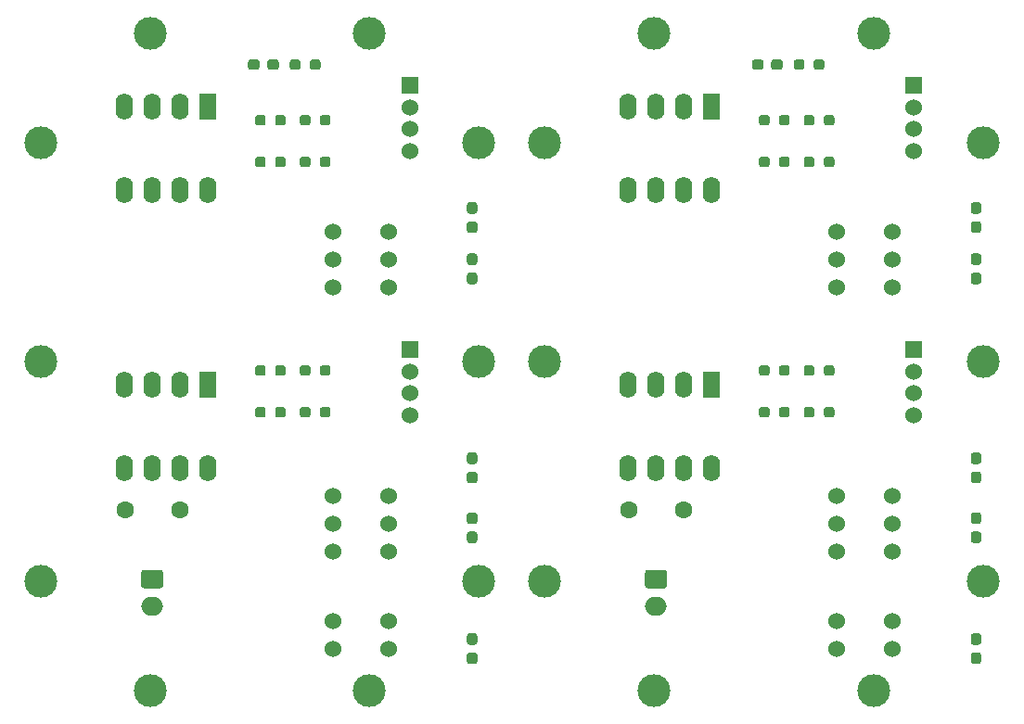
<source format=gts>
G04 #@! TF.GenerationSoftware,KiCad,Pcbnew,(5.1.8)-1*
G04 #@! TF.CreationDate,2020-11-28T16:02:54+09:00*
G04 #@! TF.ProjectId,DigitalOutput4chS,44696769-7461-46c4-9f75-747075743463,2*
G04 #@! TF.SameCoordinates,Original*
G04 #@! TF.FileFunction,Soldermask,Top*
G04 #@! TF.FilePolarity,Negative*
%FSLAX46Y46*%
G04 Gerber Fmt 4.6, Leading zero omitted, Abs format (unit mm)*
G04 Created by KiCad (PCBNEW (5.1.8)-1) date 2020-11-28 16:02:54*
%MOMM*%
%LPD*%
G01*
G04 APERTURE LIST*
%ADD10C,3.000000*%
%ADD11C,1.600000*%
%ADD12O,1.600000X2.400000*%
%ADD13R,1.600000X2.400000*%
%ADD14O,2.000000X1.700000*%
%ADD15C,1.524000*%
%ADD16R,1.524000X1.524000*%
G04 APERTURE END LIST*
D10*
X148000000Y-128000000D03*
G36*
G01*
X133467500Y-106167500D02*
X133467500Y-105692500D01*
G75*
G02*
X133705000Y-105455000I237500J0D01*
G01*
X134205000Y-105455000D01*
G75*
G02*
X134442500Y-105692500I0J-237500D01*
G01*
X134442500Y-106167500D01*
G75*
G02*
X134205000Y-106405000I-237500J0D01*
G01*
X133705000Y-106405000D01*
G75*
G02*
X133467500Y-106167500I0J237500D01*
G01*
G37*
G36*
G01*
X131642500Y-106167500D02*
X131642500Y-105692500D01*
G75*
G02*
X131880000Y-105455000I237500J0D01*
G01*
X132380000Y-105455000D01*
G75*
G02*
X132617500Y-105692500I0J-237500D01*
G01*
X132617500Y-106167500D01*
G75*
G02*
X132380000Y-106405000I-237500J0D01*
G01*
X131880000Y-106405000D01*
G75*
G02*
X131642500Y-106167500I0J237500D01*
G01*
G37*
G36*
G01*
X133467500Y-109977500D02*
X133467500Y-109502500D01*
G75*
G02*
X133705000Y-109265000I237500J0D01*
G01*
X134205000Y-109265000D01*
G75*
G02*
X134442500Y-109502500I0J-237500D01*
G01*
X134442500Y-109977500D01*
G75*
G02*
X134205000Y-110215000I-237500J0D01*
G01*
X133705000Y-110215000D01*
G75*
G02*
X133467500Y-109977500I0J237500D01*
G01*
G37*
G36*
G01*
X131642500Y-109977500D02*
X131642500Y-109502500D01*
G75*
G02*
X131880000Y-109265000I237500J0D01*
G01*
X132380000Y-109265000D01*
G75*
G02*
X132617500Y-109502500I0J-237500D01*
G01*
X132617500Y-109977500D01*
G75*
G02*
X132380000Y-110215000I-237500J0D01*
G01*
X131880000Y-110215000D01*
G75*
G02*
X131642500Y-109977500I0J237500D01*
G01*
G37*
X138000000Y-158000000D03*
X148000000Y-148000000D03*
D11*
X115700000Y-141490000D03*
X120700000Y-141490000D03*
G36*
G01*
X147607500Y-137330000D02*
X147132500Y-137330000D01*
G75*
G02*
X146895000Y-137092500I0J237500D01*
G01*
X146895000Y-136517500D01*
G75*
G02*
X147132500Y-136280000I237500J0D01*
G01*
X147607500Y-136280000D01*
G75*
G02*
X147845000Y-136517500I0J-237500D01*
G01*
X147845000Y-137092500D01*
G75*
G02*
X147607500Y-137330000I-237500J0D01*
G01*
G37*
G36*
G01*
X147607500Y-139080000D02*
X147132500Y-139080000D01*
G75*
G02*
X146895000Y-138842500I0J237500D01*
G01*
X146895000Y-138267500D01*
G75*
G02*
X147132500Y-138030000I237500J0D01*
G01*
X147607500Y-138030000D01*
G75*
G02*
X147845000Y-138267500I0J-237500D01*
G01*
X147845000Y-138842500D01*
G75*
G02*
X147607500Y-139080000I-237500J0D01*
G01*
G37*
G36*
G01*
X128670000Y-101087500D02*
X128670000Y-100612500D01*
G75*
G02*
X128907500Y-100375000I237500J0D01*
G01*
X129482500Y-100375000D01*
G75*
G02*
X129720000Y-100612500I0J-237500D01*
G01*
X129720000Y-101087500D01*
G75*
G02*
X129482500Y-101325000I-237500J0D01*
G01*
X128907500Y-101325000D01*
G75*
G02*
X128670000Y-101087500I0J237500D01*
G01*
G37*
G36*
G01*
X126920000Y-101087500D02*
X126920000Y-100612500D01*
G75*
G02*
X127157500Y-100375000I237500J0D01*
G01*
X127732500Y-100375000D01*
G75*
G02*
X127970000Y-100612500I0J-237500D01*
G01*
X127970000Y-101087500D01*
G75*
G02*
X127732500Y-101325000I-237500J0D01*
G01*
X127157500Y-101325000D01*
G75*
G02*
X126920000Y-101087500I0J237500D01*
G01*
G37*
D12*
X123240000Y-137680000D03*
X115620000Y-130060000D03*
X120700000Y-137680000D03*
X118160000Y-130060000D03*
X118160000Y-137680000D03*
X120700000Y-130060000D03*
X115620000Y-137680000D03*
D13*
X123240000Y-130060000D03*
G36*
G01*
X147607500Y-153840000D02*
X147132500Y-153840000D01*
G75*
G02*
X146895000Y-153602500I0J237500D01*
G01*
X146895000Y-153027500D01*
G75*
G02*
X147132500Y-152790000I237500J0D01*
G01*
X147607500Y-152790000D01*
G75*
G02*
X147845000Y-153027500I0J-237500D01*
G01*
X147845000Y-153602500D01*
G75*
G02*
X147607500Y-153840000I-237500J0D01*
G01*
G37*
G36*
G01*
X147607500Y-155590000D02*
X147132500Y-155590000D01*
G75*
G02*
X146895000Y-155352500I0J237500D01*
G01*
X146895000Y-154777500D01*
G75*
G02*
X147132500Y-154540000I237500J0D01*
G01*
X147607500Y-154540000D01*
G75*
G02*
X147845000Y-154777500I0J-237500D01*
G01*
X147845000Y-155352500D01*
G75*
G02*
X147607500Y-155590000I-237500J0D01*
G01*
G37*
G36*
G01*
X133467500Y-132837500D02*
X133467500Y-132362500D01*
G75*
G02*
X133705000Y-132125000I237500J0D01*
G01*
X134205000Y-132125000D01*
G75*
G02*
X134442500Y-132362500I0J-237500D01*
G01*
X134442500Y-132837500D01*
G75*
G02*
X134205000Y-133075000I-237500J0D01*
G01*
X133705000Y-133075000D01*
G75*
G02*
X133467500Y-132837500I0J237500D01*
G01*
G37*
G36*
G01*
X131642500Y-132837500D02*
X131642500Y-132362500D01*
G75*
G02*
X131880000Y-132125000I237500J0D01*
G01*
X132380000Y-132125000D01*
G75*
G02*
X132617500Y-132362500I0J-237500D01*
G01*
X132617500Y-132837500D01*
G75*
G02*
X132380000Y-133075000I-237500J0D01*
G01*
X131880000Y-133075000D01*
G75*
G02*
X131642500Y-132837500I0J237500D01*
G01*
G37*
G36*
G01*
X129380000Y-129027500D02*
X129380000Y-128552500D01*
G75*
G02*
X129617500Y-128315000I237500J0D01*
G01*
X130117500Y-128315000D01*
G75*
G02*
X130355000Y-128552500I0J-237500D01*
G01*
X130355000Y-129027500D01*
G75*
G02*
X130117500Y-129265000I-237500J0D01*
G01*
X129617500Y-129265000D01*
G75*
G02*
X129380000Y-129027500I0J237500D01*
G01*
G37*
G36*
G01*
X127555000Y-129027500D02*
X127555000Y-128552500D01*
G75*
G02*
X127792500Y-128315000I237500J0D01*
G01*
X128292500Y-128315000D01*
G75*
G02*
X128530000Y-128552500I0J-237500D01*
G01*
X128530000Y-129027500D01*
G75*
G02*
X128292500Y-129265000I-237500J0D01*
G01*
X127792500Y-129265000D01*
G75*
G02*
X127555000Y-129027500I0J237500D01*
G01*
G37*
D14*
X118160000Y-150340000D03*
G36*
G01*
X117410000Y-146990000D02*
X118910000Y-146990000D01*
G75*
G02*
X119160000Y-147240000I0J-250000D01*
G01*
X119160000Y-148440000D01*
G75*
G02*
X118910000Y-148690000I-250000J0D01*
G01*
X117410000Y-148690000D01*
G75*
G02*
X117160000Y-148440000I0J250000D01*
G01*
X117160000Y-147240000D01*
G75*
G02*
X117410000Y-146990000I250000J0D01*
G01*
G37*
D15*
X141655000Y-132885000D03*
X141655000Y-130885000D03*
X141655000Y-128885000D03*
D16*
X141655000Y-126885000D03*
G36*
G01*
X147607500Y-142805000D02*
X147132500Y-142805000D01*
G75*
G02*
X146895000Y-142567500I0J237500D01*
G01*
X146895000Y-141992500D01*
G75*
G02*
X147132500Y-141755000I237500J0D01*
G01*
X147607500Y-141755000D01*
G75*
G02*
X147845000Y-141992500I0J-237500D01*
G01*
X147845000Y-142567500D01*
G75*
G02*
X147607500Y-142805000I-237500J0D01*
G01*
G37*
G36*
G01*
X147607500Y-144555000D02*
X147132500Y-144555000D01*
G75*
G02*
X146895000Y-144317500I0J237500D01*
G01*
X146895000Y-143742500D01*
G75*
G02*
X147132500Y-143505000I237500J0D01*
G01*
X147607500Y-143505000D01*
G75*
G02*
X147845000Y-143742500I0J-237500D01*
G01*
X147845000Y-144317500D01*
G75*
G02*
X147607500Y-144555000I-237500J0D01*
G01*
G37*
G36*
G01*
X147607500Y-119155000D02*
X147132500Y-119155000D01*
G75*
G02*
X146895000Y-118917500I0J237500D01*
G01*
X146895000Y-118342500D01*
G75*
G02*
X147132500Y-118105000I237500J0D01*
G01*
X147607500Y-118105000D01*
G75*
G02*
X147845000Y-118342500I0J-237500D01*
G01*
X147845000Y-118917500D01*
G75*
G02*
X147607500Y-119155000I-237500J0D01*
G01*
G37*
G36*
G01*
X147607500Y-120905000D02*
X147132500Y-120905000D01*
G75*
G02*
X146895000Y-120667500I0J237500D01*
G01*
X146895000Y-120092500D01*
G75*
G02*
X147132500Y-119855000I237500J0D01*
G01*
X147607500Y-119855000D01*
G75*
G02*
X147845000Y-120092500I0J-237500D01*
G01*
X147845000Y-120667500D01*
G75*
G02*
X147607500Y-120905000I-237500J0D01*
G01*
G37*
D10*
X108000000Y-108000000D03*
G36*
G01*
X129380000Y-106167500D02*
X129380000Y-105692500D01*
G75*
G02*
X129617500Y-105455000I237500J0D01*
G01*
X130117500Y-105455000D01*
G75*
G02*
X130355000Y-105692500I0J-237500D01*
G01*
X130355000Y-106167500D01*
G75*
G02*
X130117500Y-106405000I-237500J0D01*
G01*
X129617500Y-106405000D01*
G75*
G02*
X129380000Y-106167500I0J237500D01*
G01*
G37*
G36*
G01*
X127555000Y-106167500D02*
X127555000Y-105692500D01*
G75*
G02*
X127792500Y-105455000I237500J0D01*
G01*
X128292500Y-105455000D01*
G75*
G02*
X128530000Y-105692500I0J-237500D01*
G01*
X128530000Y-106167500D01*
G75*
G02*
X128292500Y-106405000I-237500J0D01*
G01*
X127792500Y-106405000D01*
G75*
G02*
X127555000Y-106167500I0J237500D01*
G01*
G37*
X108000000Y-128000000D03*
G36*
G01*
X131705000Y-100612500D02*
X131705000Y-101087500D01*
G75*
G02*
X131467500Y-101325000I-237500J0D01*
G01*
X130967500Y-101325000D01*
G75*
G02*
X130730000Y-101087500I0J237500D01*
G01*
X130730000Y-100612500D01*
G75*
G02*
X130967500Y-100375000I237500J0D01*
G01*
X131467500Y-100375000D01*
G75*
G02*
X131705000Y-100612500I0J-237500D01*
G01*
G37*
G36*
G01*
X133530000Y-100612500D02*
X133530000Y-101087500D01*
G75*
G02*
X133292500Y-101325000I-237500J0D01*
G01*
X132792500Y-101325000D01*
G75*
G02*
X132555000Y-101087500I0J237500D01*
G01*
X132555000Y-100612500D01*
G75*
G02*
X132792500Y-100375000I237500J0D01*
G01*
X133292500Y-100375000D01*
G75*
G02*
X133530000Y-100612500I0J-237500D01*
G01*
G37*
G36*
G01*
X129380000Y-109977500D02*
X129380000Y-109502500D01*
G75*
G02*
X129617500Y-109265000I237500J0D01*
G01*
X130117500Y-109265000D01*
G75*
G02*
X130355000Y-109502500I0J-237500D01*
G01*
X130355000Y-109977500D01*
G75*
G02*
X130117500Y-110215000I-237500J0D01*
G01*
X129617500Y-110215000D01*
G75*
G02*
X129380000Y-109977500I0J237500D01*
G01*
G37*
G36*
G01*
X127555000Y-109977500D02*
X127555000Y-109502500D01*
G75*
G02*
X127792500Y-109265000I237500J0D01*
G01*
X128292500Y-109265000D01*
G75*
G02*
X128530000Y-109502500I0J-237500D01*
G01*
X128530000Y-109977500D01*
G75*
G02*
X128292500Y-110215000I-237500J0D01*
G01*
X127792500Y-110215000D01*
G75*
G02*
X127555000Y-109977500I0J237500D01*
G01*
G37*
G36*
G01*
X133467500Y-129027500D02*
X133467500Y-128552500D01*
G75*
G02*
X133705000Y-128315000I237500J0D01*
G01*
X134205000Y-128315000D01*
G75*
G02*
X134442500Y-128552500I0J-237500D01*
G01*
X134442500Y-129027500D01*
G75*
G02*
X134205000Y-129265000I-237500J0D01*
G01*
X133705000Y-129265000D01*
G75*
G02*
X133467500Y-129027500I0J237500D01*
G01*
G37*
G36*
G01*
X131642500Y-129027500D02*
X131642500Y-128552500D01*
G75*
G02*
X131880000Y-128315000I237500J0D01*
G01*
X132380000Y-128315000D01*
G75*
G02*
X132617500Y-128552500I0J-237500D01*
G01*
X132617500Y-129027500D01*
G75*
G02*
X132380000Y-129265000I-237500J0D01*
G01*
X131880000Y-129265000D01*
G75*
G02*
X131642500Y-129027500I0J237500D01*
G01*
G37*
D12*
X123240000Y-112280000D03*
X115620000Y-104660000D03*
X120700000Y-112280000D03*
X118160000Y-104660000D03*
X118160000Y-112280000D03*
X120700000Y-104660000D03*
X115620000Y-112280000D03*
D13*
X123240000Y-104660000D03*
D15*
X134670000Y-116090000D03*
X139750000Y-116090000D03*
X139750000Y-121170000D03*
X134670000Y-121170000D03*
X139750000Y-118630000D03*
X134670000Y-118630000D03*
X134670000Y-140220000D03*
X139750000Y-140220000D03*
X139750000Y-145300000D03*
X134670000Y-145300000D03*
X139750000Y-142760000D03*
X134670000Y-142760000D03*
D10*
X138000000Y-98000000D03*
G36*
G01*
X147607500Y-114470000D02*
X147132500Y-114470000D01*
G75*
G02*
X146895000Y-114232500I0J237500D01*
G01*
X146895000Y-113657500D01*
G75*
G02*
X147132500Y-113420000I237500J0D01*
G01*
X147607500Y-113420000D01*
G75*
G02*
X147845000Y-113657500I0J-237500D01*
G01*
X147845000Y-114232500D01*
G75*
G02*
X147607500Y-114470000I-237500J0D01*
G01*
G37*
G36*
G01*
X147607500Y-116220000D02*
X147132500Y-116220000D01*
G75*
G02*
X146895000Y-115982500I0J237500D01*
G01*
X146895000Y-115407500D01*
G75*
G02*
X147132500Y-115170000I237500J0D01*
G01*
X147607500Y-115170000D01*
G75*
G02*
X147845000Y-115407500I0J-237500D01*
G01*
X147845000Y-115982500D01*
G75*
G02*
X147607500Y-116220000I-237500J0D01*
G01*
G37*
X148000000Y-108000000D03*
X108000000Y-148000000D03*
D15*
X139750000Y-154190000D03*
X134670000Y-154190000D03*
X139750000Y-151650000D03*
X134670000Y-151650000D03*
G36*
G01*
X129380000Y-132837500D02*
X129380000Y-132362500D01*
G75*
G02*
X129617500Y-132125000I237500J0D01*
G01*
X130117500Y-132125000D01*
G75*
G02*
X130355000Y-132362500I0J-237500D01*
G01*
X130355000Y-132837500D01*
G75*
G02*
X130117500Y-133075000I-237500J0D01*
G01*
X129617500Y-133075000D01*
G75*
G02*
X129380000Y-132837500I0J237500D01*
G01*
G37*
G36*
G01*
X127555000Y-132837500D02*
X127555000Y-132362500D01*
G75*
G02*
X127792500Y-132125000I237500J0D01*
G01*
X128292500Y-132125000D01*
G75*
G02*
X128530000Y-132362500I0J-237500D01*
G01*
X128530000Y-132837500D01*
G75*
G02*
X128292500Y-133075000I-237500J0D01*
G01*
X127792500Y-133075000D01*
G75*
G02*
X127555000Y-132837500I0J237500D01*
G01*
G37*
D10*
X118000000Y-98000000D03*
D15*
X141655000Y-108755000D03*
X141655000Y-106755000D03*
X141655000Y-104755000D03*
D16*
X141655000Y-102755000D03*
D10*
X118000000Y-158000000D03*
G36*
G01*
X85642500Y-106167500D02*
X85642500Y-105692500D01*
G75*
G02*
X85880000Y-105455000I237500J0D01*
G01*
X86380000Y-105455000D01*
G75*
G02*
X86617500Y-105692500I0J-237500D01*
G01*
X86617500Y-106167500D01*
G75*
G02*
X86380000Y-106405000I-237500J0D01*
G01*
X85880000Y-106405000D01*
G75*
G02*
X85642500Y-106167500I0J237500D01*
G01*
G37*
G36*
G01*
X87467500Y-106167500D02*
X87467500Y-105692500D01*
G75*
G02*
X87705000Y-105455000I237500J0D01*
G01*
X88205000Y-105455000D01*
G75*
G02*
X88442500Y-105692500I0J-237500D01*
G01*
X88442500Y-106167500D01*
G75*
G02*
X88205000Y-106405000I-237500J0D01*
G01*
X87705000Y-106405000D01*
G75*
G02*
X87467500Y-106167500I0J237500D01*
G01*
G37*
G36*
G01*
X85642500Y-109977500D02*
X85642500Y-109502500D01*
G75*
G02*
X85880000Y-109265000I237500J0D01*
G01*
X86380000Y-109265000D01*
G75*
G02*
X86617500Y-109502500I0J-237500D01*
G01*
X86617500Y-109977500D01*
G75*
G02*
X86380000Y-110215000I-237500J0D01*
G01*
X85880000Y-110215000D01*
G75*
G02*
X85642500Y-109977500I0J237500D01*
G01*
G37*
G36*
G01*
X87467500Y-109977500D02*
X87467500Y-109502500D01*
G75*
G02*
X87705000Y-109265000I237500J0D01*
G01*
X88205000Y-109265000D01*
G75*
G02*
X88442500Y-109502500I0J-237500D01*
G01*
X88442500Y-109977500D01*
G75*
G02*
X88205000Y-110215000I-237500J0D01*
G01*
X87705000Y-110215000D01*
G75*
G02*
X87467500Y-109977500I0J237500D01*
G01*
G37*
X102000000Y-128000000D03*
X92000000Y-158000000D03*
D15*
X88670000Y-118630000D03*
X93750000Y-118630000D03*
X88670000Y-121170000D03*
X93750000Y-121170000D03*
X93750000Y-116090000D03*
X88670000Y-116090000D03*
X88670000Y-142760000D03*
X93750000Y-142760000D03*
X88670000Y-145300000D03*
X93750000Y-145300000D03*
X93750000Y-140220000D03*
X88670000Y-140220000D03*
D13*
X77240000Y-104660000D03*
D12*
X69620000Y-112280000D03*
X74700000Y-104660000D03*
X72160000Y-112280000D03*
X72160000Y-104660000D03*
X74700000Y-112280000D03*
X69620000Y-104660000D03*
X77240000Y-112280000D03*
G36*
G01*
X85642500Y-129027500D02*
X85642500Y-128552500D01*
G75*
G02*
X85880000Y-128315000I237500J0D01*
G01*
X86380000Y-128315000D01*
G75*
G02*
X86617500Y-128552500I0J-237500D01*
G01*
X86617500Y-129027500D01*
G75*
G02*
X86380000Y-129265000I-237500J0D01*
G01*
X85880000Y-129265000D01*
G75*
G02*
X85642500Y-129027500I0J237500D01*
G01*
G37*
G36*
G01*
X87467500Y-129027500D02*
X87467500Y-128552500D01*
G75*
G02*
X87705000Y-128315000I237500J0D01*
G01*
X88205000Y-128315000D01*
G75*
G02*
X88442500Y-128552500I0J-237500D01*
G01*
X88442500Y-129027500D01*
G75*
G02*
X88205000Y-129265000I-237500J0D01*
G01*
X87705000Y-129265000D01*
G75*
G02*
X87467500Y-129027500I0J237500D01*
G01*
G37*
D10*
X62000000Y-108000000D03*
X92000000Y-98000000D03*
D13*
X77240000Y-130060000D03*
D12*
X69620000Y-137680000D03*
X74700000Y-130060000D03*
X72160000Y-137680000D03*
X72160000Y-130060000D03*
X74700000Y-137680000D03*
X69620000Y-130060000D03*
X77240000Y-137680000D03*
G36*
G01*
X85642500Y-132837500D02*
X85642500Y-132362500D01*
G75*
G02*
X85880000Y-132125000I237500J0D01*
G01*
X86380000Y-132125000D01*
G75*
G02*
X86617500Y-132362500I0J-237500D01*
G01*
X86617500Y-132837500D01*
G75*
G02*
X86380000Y-133075000I-237500J0D01*
G01*
X85880000Y-133075000D01*
G75*
G02*
X85642500Y-132837500I0J237500D01*
G01*
G37*
G36*
G01*
X87467500Y-132837500D02*
X87467500Y-132362500D01*
G75*
G02*
X87705000Y-132125000I237500J0D01*
G01*
X88205000Y-132125000D01*
G75*
G02*
X88442500Y-132362500I0J-237500D01*
G01*
X88442500Y-132837500D01*
G75*
G02*
X88205000Y-133075000I-237500J0D01*
G01*
X87705000Y-133075000D01*
G75*
G02*
X87467500Y-132837500I0J237500D01*
G01*
G37*
D15*
X88670000Y-151650000D03*
X93750000Y-151650000D03*
X88670000Y-154190000D03*
X93750000Y-154190000D03*
G36*
G01*
X81555000Y-109977500D02*
X81555000Y-109502500D01*
G75*
G02*
X81792500Y-109265000I237500J0D01*
G01*
X82292500Y-109265000D01*
G75*
G02*
X82530000Y-109502500I0J-237500D01*
G01*
X82530000Y-109977500D01*
G75*
G02*
X82292500Y-110215000I-237500J0D01*
G01*
X81792500Y-110215000D01*
G75*
G02*
X81555000Y-109977500I0J237500D01*
G01*
G37*
G36*
G01*
X83380000Y-109977500D02*
X83380000Y-109502500D01*
G75*
G02*
X83617500Y-109265000I237500J0D01*
G01*
X84117500Y-109265000D01*
G75*
G02*
X84355000Y-109502500I0J-237500D01*
G01*
X84355000Y-109977500D01*
G75*
G02*
X84117500Y-110215000I-237500J0D01*
G01*
X83617500Y-110215000D01*
G75*
G02*
X83380000Y-109977500I0J237500D01*
G01*
G37*
G36*
G01*
X101607500Y-155590000D02*
X101132500Y-155590000D01*
G75*
G02*
X100895000Y-155352500I0J237500D01*
G01*
X100895000Y-154777500D01*
G75*
G02*
X101132500Y-154540000I237500J0D01*
G01*
X101607500Y-154540000D01*
G75*
G02*
X101845000Y-154777500I0J-237500D01*
G01*
X101845000Y-155352500D01*
G75*
G02*
X101607500Y-155590000I-237500J0D01*
G01*
G37*
G36*
G01*
X101607500Y-153840000D02*
X101132500Y-153840000D01*
G75*
G02*
X100895000Y-153602500I0J237500D01*
G01*
X100895000Y-153027500D01*
G75*
G02*
X101132500Y-152790000I237500J0D01*
G01*
X101607500Y-152790000D01*
G75*
G02*
X101845000Y-153027500I0J-237500D01*
G01*
X101845000Y-153602500D01*
G75*
G02*
X101607500Y-153840000I-237500J0D01*
G01*
G37*
G36*
G01*
X101607500Y-120905000D02*
X101132500Y-120905000D01*
G75*
G02*
X100895000Y-120667500I0J237500D01*
G01*
X100895000Y-120092500D01*
G75*
G02*
X101132500Y-119855000I237500J0D01*
G01*
X101607500Y-119855000D01*
G75*
G02*
X101845000Y-120092500I0J-237500D01*
G01*
X101845000Y-120667500D01*
G75*
G02*
X101607500Y-120905000I-237500J0D01*
G01*
G37*
G36*
G01*
X101607500Y-119155000D02*
X101132500Y-119155000D01*
G75*
G02*
X100895000Y-118917500I0J237500D01*
G01*
X100895000Y-118342500D01*
G75*
G02*
X101132500Y-118105000I237500J0D01*
G01*
X101607500Y-118105000D01*
G75*
G02*
X101845000Y-118342500I0J-237500D01*
G01*
X101845000Y-118917500D01*
G75*
G02*
X101607500Y-119155000I-237500J0D01*
G01*
G37*
G36*
G01*
X101607500Y-116220000D02*
X101132500Y-116220000D01*
G75*
G02*
X100895000Y-115982500I0J237500D01*
G01*
X100895000Y-115407500D01*
G75*
G02*
X101132500Y-115170000I237500J0D01*
G01*
X101607500Y-115170000D01*
G75*
G02*
X101845000Y-115407500I0J-237500D01*
G01*
X101845000Y-115982500D01*
G75*
G02*
X101607500Y-116220000I-237500J0D01*
G01*
G37*
G36*
G01*
X101607500Y-114470000D02*
X101132500Y-114470000D01*
G75*
G02*
X100895000Y-114232500I0J237500D01*
G01*
X100895000Y-113657500D01*
G75*
G02*
X101132500Y-113420000I237500J0D01*
G01*
X101607500Y-113420000D01*
G75*
G02*
X101845000Y-113657500I0J-237500D01*
G01*
X101845000Y-114232500D01*
G75*
G02*
X101607500Y-114470000I-237500J0D01*
G01*
G37*
G36*
G01*
X101607500Y-144555000D02*
X101132500Y-144555000D01*
G75*
G02*
X100895000Y-144317500I0J237500D01*
G01*
X100895000Y-143742500D01*
G75*
G02*
X101132500Y-143505000I237500J0D01*
G01*
X101607500Y-143505000D01*
G75*
G02*
X101845000Y-143742500I0J-237500D01*
G01*
X101845000Y-144317500D01*
G75*
G02*
X101607500Y-144555000I-237500J0D01*
G01*
G37*
G36*
G01*
X101607500Y-142805000D02*
X101132500Y-142805000D01*
G75*
G02*
X100895000Y-142567500I0J237500D01*
G01*
X100895000Y-141992500D01*
G75*
G02*
X101132500Y-141755000I237500J0D01*
G01*
X101607500Y-141755000D01*
G75*
G02*
X101845000Y-141992500I0J-237500D01*
G01*
X101845000Y-142567500D01*
G75*
G02*
X101607500Y-142805000I-237500J0D01*
G01*
G37*
D16*
X95655000Y-126885000D03*
D15*
X95655000Y-128885000D03*
X95655000Y-130885000D03*
X95655000Y-132885000D03*
G36*
G01*
X81555000Y-106167500D02*
X81555000Y-105692500D01*
G75*
G02*
X81792500Y-105455000I237500J0D01*
G01*
X82292500Y-105455000D01*
G75*
G02*
X82530000Y-105692500I0J-237500D01*
G01*
X82530000Y-106167500D01*
G75*
G02*
X82292500Y-106405000I-237500J0D01*
G01*
X81792500Y-106405000D01*
G75*
G02*
X81555000Y-106167500I0J237500D01*
G01*
G37*
G36*
G01*
X83380000Y-106167500D02*
X83380000Y-105692500D01*
G75*
G02*
X83617500Y-105455000I237500J0D01*
G01*
X84117500Y-105455000D01*
G75*
G02*
X84355000Y-105692500I0J-237500D01*
G01*
X84355000Y-106167500D01*
G75*
G02*
X84117500Y-106405000I-237500J0D01*
G01*
X83617500Y-106405000D01*
G75*
G02*
X83380000Y-106167500I0J237500D01*
G01*
G37*
G36*
G01*
X81555000Y-132837500D02*
X81555000Y-132362500D01*
G75*
G02*
X81792500Y-132125000I237500J0D01*
G01*
X82292500Y-132125000D01*
G75*
G02*
X82530000Y-132362500I0J-237500D01*
G01*
X82530000Y-132837500D01*
G75*
G02*
X82292500Y-133075000I-237500J0D01*
G01*
X81792500Y-133075000D01*
G75*
G02*
X81555000Y-132837500I0J237500D01*
G01*
G37*
G36*
G01*
X83380000Y-132837500D02*
X83380000Y-132362500D01*
G75*
G02*
X83617500Y-132125000I237500J0D01*
G01*
X84117500Y-132125000D01*
G75*
G02*
X84355000Y-132362500I0J-237500D01*
G01*
X84355000Y-132837500D01*
G75*
G02*
X84117500Y-133075000I-237500J0D01*
G01*
X83617500Y-133075000D01*
G75*
G02*
X83380000Y-132837500I0J237500D01*
G01*
G37*
G36*
G01*
X81555000Y-129027500D02*
X81555000Y-128552500D01*
G75*
G02*
X81792500Y-128315000I237500J0D01*
G01*
X82292500Y-128315000D01*
G75*
G02*
X82530000Y-128552500I0J-237500D01*
G01*
X82530000Y-129027500D01*
G75*
G02*
X82292500Y-129265000I-237500J0D01*
G01*
X81792500Y-129265000D01*
G75*
G02*
X81555000Y-129027500I0J237500D01*
G01*
G37*
G36*
G01*
X83380000Y-129027500D02*
X83380000Y-128552500D01*
G75*
G02*
X83617500Y-128315000I237500J0D01*
G01*
X84117500Y-128315000D01*
G75*
G02*
X84355000Y-128552500I0J-237500D01*
G01*
X84355000Y-129027500D01*
G75*
G02*
X84117500Y-129265000I-237500J0D01*
G01*
X83617500Y-129265000D01*
G75*
G02*
X83380000Y-129027500I0J237500D01*
G01*
G37*
G36*
G01*
X101607500Y-139080000D02*
X101132500Y-139080000D01*
G75*
G02*
X100895000Y-138842500I0J237500D01*
G01*
X100895000Y-138267500D01*
G75*
G02*
X101132500Y-138030000I237500J0D01*
G01*
X101607500Y-138030000D01*
G75*
G02*
X101845000Y-138267500I0J-237500D01*
G01*
X101845000Y-138842500D01*
G75*
G02*
X101607500Y-139080000I-237500J0D01*
G01*
G37*
G36*
G01*
X101607500Y-137330000D02*
X101132500Y-137330000D01*
G75*
G02*
X100895000Y-137092500I0J237500D01*
G01*
X100895000Y-136517500D01*
G75*
G02*
X101132500Y-136280000I237500J0D01*
G01*
X101607500Y-136280000D01*
G75*
G02*
X101845000Y-136517500I0J-237500D01*
G01*
X101845000Y-137092500D01*
G75*
G02*
X101607500Y-137330000I-237500J0D01*
G01*
G37*
G36*
G01*
X71410000Y-146990000D02*
X72910000Y-146990000D01*
G75*
G02*
X73160000Y-147240000I0J-250000D01*
G01*
X73160000Y-148440000D01*
G75*
G02*
X72910000Y-148690000I-250000J0D01*
G01*
X71410000Y-148690000D01*
G75*
G02*
X71160000Y-148440000I0J250000D01*
G01*
X71160000Y-147240000D01*
G75*
G02*
X71410000Y-146990000I250000J0D01*
G01*
G37*
D14*
X72160000Y-150340000D03*
D16*
X95655000Y-102755000D03*
D15*
X95655000Y-104755000D03*
X95655000Y-106755000D03*
X95655000Y-108755000D03*
G36*
G01*
X87530000Y-100612500D02*
X87530000Y-101087500D01*
G75*
G02*
X87292500Y-101325000I-237500J0D01*
G01*
X86792500Y-101325000D01*
G75*
G02*
X86555000Y-101087500I0J237500D01*
G01*
X86555000Y-100612500D01*
G75*
G02*
X86792500Y-100375000I237500J0D01*
G01*
X87292500Y-100375000D01*
G75*
G02*
X87530000Y-100612500I0J-237500D01*
G01*
G37*
G36*
G01*
X85705000Y-100612500D02*
X85705000Y-101087500D01*
G75*
G02*
X85467500Y-101325000I-237500J0D01*
G01*
X84967500Y-101325000D01*
G75*
G02*
X84730000Y-101087500I0J237500D01*
G01*
X84730000Y-100612500D01*
G75*
G02*
X84967500Y-100375000I237500J0D01*
G01*
X85467500Y-100375000D01*
G75*
G02*
X85705000Y-100612500I0J-237500D01*
G01*
G37*
D10*
X102000000Y-108000000D03*
X102000000Y-148000000D03*
X72000000Y-98000000D03*
X62000000Y-148000000D03*
X62000000Y-128000000D03*
G36*
G01*
X80920000Y-101087500D02*
X80920000Y-100612500D01*
G75*
G02*
X81157500Y-100375000I237500J0D01*
G01*
X81732500Y-100375000D01*
G75*
G02*
X81970000Y-100612500I0J-237500D01*
G01*
X81970000Y-101087500D01*
G75*
G02*
X81732500Y-101325000I-237500J0D01*
G01*
X81157500Y-101325000D01*
G75*
G02*
X80920000Y-101087500I0J237500D01*
G01*
G37*
G36*
G01*
X82670000Y-101087500D02*
X82670000Y-100612500D01*
G75*
G02*
X82907500Y-100375000I237500J0D01*
G01*
X83482500Y-100375000D01*
G75*
G02*
X83720000Y-100612500I0J-237500D01*
G01*
X83720000Y-101087500D01*
G75*
G02*
X83482500Y-101325000I-237500J0D01*
G01*
X82907500Y-101325000D01*
G75*
G02*
X82670000Y-101087500I0J237500D01*
G01*
G37*
D11*
X74700000Y-141490000D03*
X69700000Y-141490000D03*
D10*
X72000000Y-158000000D03*
M02*

</source>
